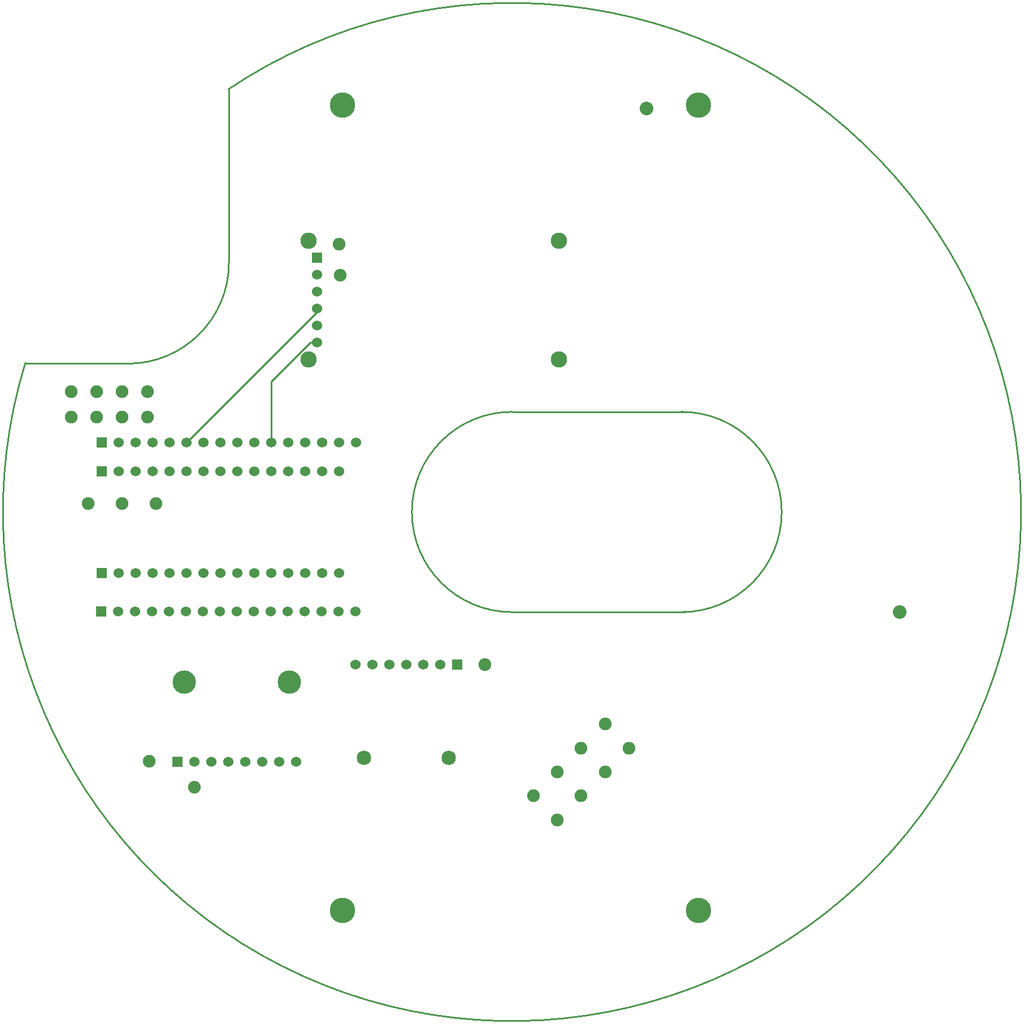
<source format=gbl>
G04*
G04 #@! TF.GenerationSoftware,Altium Limited,Altium Designer,20.2.8 (258)*
G04*
G04 Layer_Physical_Order=4*
G04 Layer_Color=16711680*
%FSLAX24Y24*%
%MOIN*%
G70*
G04*
G04 #@! TF.SameCoordinates,38B3CD4D-B414-478E-BCC0-3ABEE8A09775*
G04*
G04*
G04 #@! TF.FilePolarity,Positive*
G04*
G01*
G75*
%ADD10C,0.0100*%
%ADD32R,0.0600X0.0600*%
%ADD33C,0.0600*%
%ADD34R,0.0602X0.0602*%
%ADD35C,0.0602*%
%ADD36R,0.0600X0.0600*%
%ADD37C,0.0800*%
%ADD38C,0.0965*%
%ADD39C,0.1378*%
%ADD40C,0.0850*%
%ADD41C,0.0750*%
%ADD42C,0.1500*%
D10*
X10800Y34100D02*
X18550Y41850D01*
Y42050D01*
X15800Y34100D02*
Y37694D01*
X18100Y39994D01*
X18494D01*
X18550Y40050D01*
X7350Y38750D02*
G03*
X13300Y44700I0J5950D01*
G01*
X40000Y24094D02*
G03*
X40000Y35906I0J5906D01*
G01*
X30000D02*
G03*
X30000Y24094I0J-5906D01*
G01*
X1287Y38779D02*
G03*
X13276Y54936I28713J-8779D01*
G01*
X1300Y38750D02*
X7500D01*
X13306Y44700D02*
Y54900D01*
X30000Y24094D02*
X40232D01*
X30000Y35906D02*
X40232D01*
D32*
X5760Y24140D02*
D03*
X5800Y34100D02*
D03*
X10250Y15250D02*
D03*
D33*
X6760Y24140D02*
D03*
X7760D02*
D03*
X8760D02*
D03*
X9760D02*
D03*
X10760D02*
D03*
X11760D02*
D03*
X12760D02*
D03*
X13760D02*
D03*
X14760D02*
D03*
X15760D02*
D03*
X16760D02*
D03*
X17760D02*
D03*
X18760D02*
D03*
X19760D02*
D03*
X20760D02*
D03*
X6800Y34100D02*
D03*
X7800D02*
D03*
X8800D02*
D03*
X9800D02*
D03*
X10800D02*
D03*
X11800D02*
D03*
X12800D02*
D03*
X13800D02*
D03*
X14800D02*
D03*
X15800D02*
D03*
X16800D02*
D03*
X17800D02*
D03*
X18800D02*
D03*
X19800D02*
D03*
X20800D02*
D03*
X18500Y40000D02*
D03*
Y41000D02*
D03*
Y42000D02*
D03*
Y43000D02*
D03*
Y44000D02*
D03*
X11250Y15250D02*
D03*
X12250D02*
D03*
X13250D02*
D03*
X14250D02*
D03*
X15250D02*
D03*
X16250D02*
D03*
X17250D02*
D03*
X20750Y21000D02*
D03*
X21750D02*
D03*
X22750D02*
D03*
X23750D02*
D03*
X24750D02*
D03*
X25750D02*
D03*
D34*
X5800Y32400D02*
D03*
Y26400D02*
D03*
D35*
X6800Y32400D02*
D03*
X7800D02*
D03*
X8800D02*
D03*
X9800D02*
D03*
X10800D02*
D03*
X11800D02*
D03*
X12800D02*
D03*
X13800D02*
D03*
X14800D02*
D03*
X15800D02*
D03*
X16800D02*
D03*
X17800D02*
D03*
X18800D02*
D03*
X19800D02*
D03*
X6800Y26400D02*
D03*
X7800D02*
D03*
X8800D02*
D03*
X9800D02*
D03*
X10800D02*
D03*
X11800D02*
D03*
X12800D02*
D03*
X13800D02*
D03*
X14800D02*
D03*
X15800D02*
D03*
X16800D02*
D03*
X17800D02*
D03*
X18800D02*
D03*
X19800D02*
D03*
D36*
X18500Y45000D02*
D03*
X26750Y21000D02*
D03*
D37*
X37934Y53813D02*
D03*
X52862Y24114D02*
D03*
D38*
X32764Y39000D02*
D03*
Y46000D02*
D03*
X18000D02*
D03*
Y39000D02*
D03*
D39*
X10650Y19950D02*
D03*
X16850D02*
D03*
D40*
X26250Y15500D02*
D03*
X21250D02*
D03*
D41*
X11250Y13750D02*
D03*
X19875Y43975D02*
D03*
X19800Y45800D02*
D03*
X8600Y15300D02*
D03*
X28400Y21000D02*
D03*
X5500Y35600D02*
D03*
X8500D02*
D03*
X5500Y37100D02*
D03*
X8500D02*
D03*
X4000Y35600D02*
D03*
X7000D02*
D03*
X4000Y37100D02*
D03*
X7000D02*
D03*
Y30500D02*
D03*
X9000D02*
D03*
X5000D02*
D03*
X35493Y17493D02*
D03*
X34078Y16078D02*
D03*
Y13250D02*
D03*
X36907Y16078D02*
D03*
X35493Y14664D02*
D03*
X32664Y11836D02*
D03*
X31250Y13250D02*
D03*
X32664Y14664D02*
D03*
D42*
X20000Y6500D02*
D03*
X41000D02*
D03*
Y54000D02*
D03*
X20000D02*
D03*
M02*

</source>
